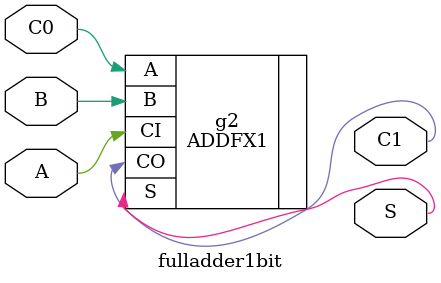
<source format=v>
/*
###############################################################
#  Generated by:      Cadence Innovus 16.21-s078_1
#  OS:                Linux x86_64(Host ID client02)
#  Generated on:      Mon Sep 30 15:37:28 2019
#  Design:            fulladder1bit
#  Command:           saveNetlist fulladder1bit-innovus-netlist.v
###############################################################
*/
// Generated by Cadence Genus(TM) Synthesis Solution 16.21-s018_1
// Generated on: Sep 29 2019 22:07:22 IST (Sep 29 2019 16:37:22 UTC)
// Verification Directory fv/fulladder1bit 
module fulladder1bit (
	C0, 
	A, 
	B, 
	S, 
	C1);
   input C0;
   input A;
   input B;
   output S;
   output C1;

   ADDFX1 g2 (.A(C0),
	.B(B),
	.CI(A),
	.CO(C1),
	.S(S));
endmodule


</source>
